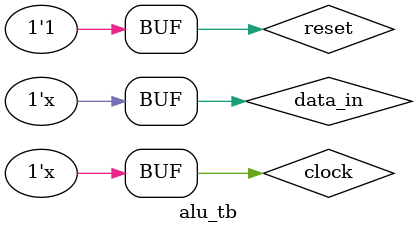
<source format=v>
module alu_tb;
	reg clock, reset, data_in;
	wire data_out;
	ALU main_alu(clock, reset, data_in, data_out);

	initial
		clock = 1'b0;
	always
		#5 clock = ~clock;

	initial
	begin
		#5
		reset = 1'b1;
		#10
		reset = 1'b0;
		// ------------------------------test sum-----------------------------
		// parity
		data_in = 1'b1;
		#10
		// zero
		data_in = 1'b0;
		#10
		// a
		data_in = 1'b0;
		#10
		data_in = 1'b0;
		#10
		data_in = 1'b1;
		#10
		data_in = 1'b1;
		#10
		// b
		data_in = 1'b0;
		#10
		data_in = 1'b0;
		#10
		data_in = 1'b0;
		#10
		data_in = 1'b1;
		#10
		// noise
		data_in = 1'bx;
		#10
		// ------------------------------test mul-----------------------------
		reset = 1'b1;
		#10
		reset = 1'b0;
		// parity
		data_in = 1'b1;
		#10
		// zero
		data_in = 1'b1;
		#10
		// a
		data_in = 1'b0;
		#10
		data_in = 1'b1;
		#10
		data_in = 1'b0;
		#10
		data_in = 1'b1;
		#10
		// b
		data_in = 1'b0;
		#10
		data_in = 1'b0;
		#10
		data_in = 1'b1;
		#10
		data_in = 1'b0;
		#10
		// noise
		data_in = 1'bx;
		#10
		// ------------------------------test sub-----------------------------
		reset = 1'b1;
		#10
		reset = 1'b0;
		// parity
		data_in = 1'b0;
		#10
		// zero
		data_in = 1'b1;
		#10
		// a
		data_in = 1'b1;
		#10
		data_in = 1'b1;
		#10
		data_in = 1'b0;
		#10
		data_in = 1'b1;
		#10
		// b
		data_in = 1'b0;
		#10
		data_in = 1'b1;
		#10
		data_in = 1'b0;
		#10
		data_in = 1'b0;
		#10
		// noise
		data_in = 1'bx;
		#10
		// ------------------------------test div-----------------------------
		reset = 1'b1;
		#10
		reset = 1'b0;
		// parity
		data_in = 1'b0;
		#10
		// zero
		data_in = 1'b0;
		#10
		// a
		data_in = 1'b1;
		#10
		data_in = 1'b0;
		#10
		data_in = 1'b0;
		#10
		data_in = 1'b1;
		#10
		// b
		data_in = 1'b0;
		#10
		data_in = 1'b0;
		#10
		data_in = 1'b1;
		#10
		data_in = 1'b1;
		#10
		// noise
		data_in = 1'bx;
		#10
		// ------------------------------test div by zero-----------------------------
		reset = 1'b1;
		#10
		reset = 1'b0;
		// parity
		data_in = 1'b0;
		#10
		// zero
		data_in = 1'b0;
		#10
		// a
		data_in = 1'b1;
		#10
		data_in = 1'b0;
		#10
		data_in = 1'b0;
		#10
		data_in = 1'b1;
		#10
		// b
		data_in = 1'b0;
		#10
		data_in = 1'b0;
		#10
		data_in = 1'b0;
		#10
		data_in = 1'b0;
		#10
		// noise
		data_in = 1'bx;

		// reset again one
		#10
		reset = 1'b1;
	end
endmodule
</source>
